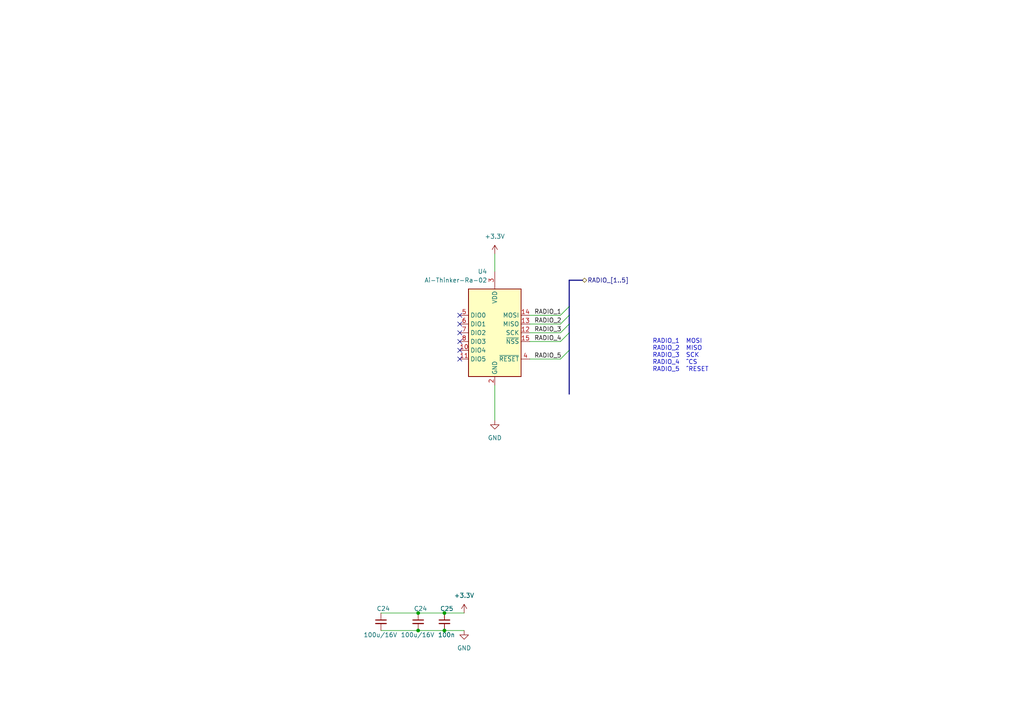
<source format=kicad_sch>
(kicad_sch (version 20231120) (generator "eeschema") (generator_version "8.0")
  (paper "A4")
  (lib_symbols
    (symbol "Device:C_Small" (pin_numbers hide) (pin_names (offset 0.254) hide)
      (property "Reference" "C" (at 0.254 1.778 0))
      (property "Value" "C_Small" (at 0.254 -2.032 0))
      (symbol "C_Small_0_1"
        (polyline (pts (xy -1.524 -0.508) (xy 1.524 -0.508)) (stroke (width 0.3302)))
        (polyline (pts (xy -1.524 0.508) (xy 1.524 0.508)) (stroke (width 0.3048)))
      )
      (symbol "C_Small_1_1"
        (pin passive line (at 0 2.54 270) (length 2.032) (name "~") (number "1"))
        (pin passive line (at 0 -2.54 90) (length 2.032) (name "~") (number "2"))
      )
    )
    (symbol "RF_Module:Ai-Thinker-Ra-02"
      (property "Reference" "U" (at 2.54 19.05 0))
      (property "Value" "Ai-Thinker-Ra-02" (at 13.97 -15.24 0))
      (symbol "Ai-Thinker-Ra-02_0_1"
        (rectangle (start -7.62 12.7) (end 7.62 -12.7) (stroke (width 0.254)) (fill (type background)))
      )
      (symbol "Ai-Thinker-Ra-02_1_1"
        (pin passive line (at 0 -15.24 90) (length 2.54) hide (name "GND") (number "1"))
        (pin bidirectional line (at 10.16 -5.08 180) (length 2.54) (name "DIO4") (number "10"))
        (pin bidirectional line (at 10.16 -7.62 180) (length 2.54) (name "DIO5") (number "11"))
        (pin input line (at -10.16 0 0) (length 2.54) (name "SCK") (number "12"))
        (pin output line (at -10.16 2.54 0) (length 2.54) (name "MISO") (number "13"))
        (pin input line (at -10.16 5.08 0) (length 2.54) (name "MOSI") (number "14"))
        (pin input line (at -10.16 -2.54 0) (length 2.54) (name "~{NSS}") (number "15"))
        (pin passive line (at 0 -15.24 90) (length 2.54) hide (name "GND") (number "16"))
        (pin power_in line (at 0 -15.24 90) (length 2.54) (name "GND") (number "2"))
        (pin power_in line (at 0 17.78 270) (length 5.08) (name "VDD") (number "3"))
        (pin input line (at -10.16 -7.62 0) (length 2.54) (name "~{RESET}") (number "4"))
        (pin bidirectional line (at 10.16 5.08 180) (length 2.54) (name "DIO0") (number "5"))
        (pin bidirectional line (at 10.16 2.54 180) (length 2.54) (name "DIO1") (number "6"))
        (pin bidirectional line (at 10.16 0 180) (length 2.54) (name "DIO2") (number "7"))
        (pin bidirectional line (at 10.16 -2.54 180) (length 2.54) (name "DIO3") (number "8"))
        (pin passive line (at 0 -15.24 90) (length 2.54) hide (name "GND") (number "9"))
      )
    )
    (symbol "power:+3.3V" (power) (pin_names (offset 0))
      (property "Value" "+3.3V" (at 0 3.556 0))
      (symbol "+3.3V_0_1"
        (polyline (pts (xy -0.762 1.27) (xy 0 2.54)))
        (polyline (pts (xy 0 0) (xy 0 2.54)))
        (polyline (pts (xy 0 2.54) (xy 0.762 1.27)))
      )
      (symbol "+3.3V_1_1"
        (pin power_in line (at 0 0 90) (length 0) hide (name "+3.3V") (number "1"))
      )
    )
    (symbol "power:GND" (power) (pin_names (offset 0))
      (property "Value" "GND" (at 0 -3.81 0))
      (symbol "GND_0_1"
        (polyline (pts (xy 0 0) (xy 0 -1.27) (xy 1.27 -1.27) (xy 0 -2.54) (xy -1.27 -1.27) (xy 0 -1.27)))
      )
      (symbol "GND_1_1"
        (pin power_in line (at 0 0 270) (length 0) hide (name "GND") (number "1"))
      )
    )
  )
  (junction (at 128.905 182.88))
  (junction (at 121.285 177.8))
  (junction (at 128.905 177.8))
  (junction (at 121.285 182.88))
  (no_connect (at 133.35 99.06))
  (no_connect (at 133.35 93.98))
  (no_connect (at 133.35 101.6))
  (no_connect (at 133.35 104.14))
  (no_connect (at 133.35 91.44))
  (no_connect (at 133.35 96.52))
  (bus_entry (at 162.56 93.98) (size 2.54 -2.54))
  (bus_entry (at 162.56 104.14) (size 2.54 -2.54))
  (bus_entry (at 162.56 99.06) (size 2.54 -2.54))
  (bus_entry (at 162.56 96.52) (size 2.54 -2.54))
  (bus_entry (at 162.56 91.44) (size 2.54 -2.54))
  (wire (pts (xy 134.62 182.88) (xy 128.905 182.88)))
  (bus (pts (xy 165.1 101.6) (xy 165.1 96.52)))
  (wire (pts (xy 110.49 182.88) (xy 121.285 182.88)))
  (bus (pts (xy 165.1 96.52) (xy 165.1 93.98)))
  (wire (pts (xy 143.51 73.66) (xy 143.51 78.74)))
  (wire (pts (xy 153.67 104.14) (xy 162.56 104.14)))
  (bus (pts (xy 165.1 93.98) (xy 165.1 91.44)))
  (wire (pts (xy 153.67 96.52) (xy 162.56 96.52)))
  (bus (pts (xy 165.1 81.28) (xy 168.91 81.28)))
  (bus (pts (xy 165.1 101.6) (xy 165.1 114.3)))
  (wire (pts (xy 121.285 182.88) (xy 128.905 182.88)))
  (wire (pts (xy 110.49 177.8) (xy 121.285 177.8)))
  (wire (pts (xy 143.51 121.92) (xy 143.51 111.76)))
  (bus (pts (xy 165.1 91.44) (xy 165.1 88.9)))
  (wire (pts (xy 134.62 177.8) (xy 128.905 177.8)))
  (wire (pts (xy 153.67 99.06) (xy 162.56 99.06)))
  (wire (pts (xy 121.285 177.8) (xy 128.905 177.8)))
  (wire (pts (xy 153.67 91.44) (xy 162.56 91.44)))
  (bus (pts (xy 165.1 88.9) (xy 165.1 81.28)))
  (wire (pts (xy 153.67 93.98) (xy 162.56 93.98)))
  (text "RADIO_1  MOSI\nRADIO_2  MISO\nRADIO_3  SCK\nRADIO_4  ^CS\nRADIO_5  ^RESET" (at 189.23 107.95 0) (effects (font (size 1.27 1.27)) (justify left bottom)))
  (label "RADIO_2" (at 154.94 93.98 0))
  (label "RADIO_1" (at 154.94 91.44 0))
  (label "RADIO_4" (at 154.94 99.06 0))
  (label "RADIO_3" (at 154.94 96.52 0))
  (label "RADIO_5" (at 154.94 104.14 0))
  (hierarchical_label "RADIO_[1..5]" (shape bidirectional) (at 168.91 81.28 0))
  (symbol (lib_id "Device:C_Small") (at 121.285 180.34 0) (unit 1)
    (property "Reference" "C24" (at 120.015 176.53 0) (effects (justify left)))
    (property "Value" "100u/16V" (at 116.205 184.15 0) (effects (justify left)))
    (property "Footprint" "Capacitor_SMD:C_1210_3225Metric" (effects (hide yes)))
    (property "LCSC" "C90143" (effects (hide yes)))
    (instances (project "NIKOLA-02-E-001_PCAScannerController_R1" (path "" (reference "C24") (unit 1))) (project "Robuoy-Top" (path "" (reference "C602") (unit 1))))
  )
  (symbol (lib_id "RF_Module:Ai-Thinker-Ra-02") (at 143.51 96.52 0) (mirror y) (unit 1)
    (property "Reference" "U4" (at 141.3159 78.74 0) (effects (justify left)))
    (property "Value" "Ai-Thinker-Ra-02" (at 141.3159 81.28 0) (effects (justify left)))
    (property "Footprint" "RF_Module:Ai-Thinker-Ra-01-LoRa" (effects (hide yes)))
    (property "Datasheet" "http://wiki.ai-thinker.com/_media/lora/docs/c048ps01a1_ra-02_product_specification_v1.1.pdf" (effects (hide yes)))
    (property "Description" "Ai-Thinker Ra-02 410-525 MHz LoRa Module, SPI interface, U.FL antenna connector" (effects (hide yes)))
    (property "LCSC" "C90039" (effects (hide yes)))
  )
  (symbol (lib_id "power:+3.3V") (at 143.51 73.66 0) (unit 1)
    (property "Reference" "#PWR0604" (effects (hide yes)))
    (property "Value" "+3.3V" (at 143.51 68.58 0))
  )
  (symbol (lib_id "power:GND") (at 134.62 182.88 0) (unit 1)
    (property "Reference" "#PWR0603" (effects (hide yes)))
    (property "Value" "GND" (at 134.62 187.96 0))
  )
  (symbol (lib_id "Device:C_Small") (at 110.49 180.34 0) (unit 1)
    (property "Reference" "C24" (at 109.22 176.53 0) (effects (justify left)))
    (property "Value" "100u/16V" (at 105.41 184.15 0) (effects (justify left)))
    (property "Footprint" "Capacitor_SMD:C_1210_3225Metric" (effects (hide yes)))
    (property "LCSC" "C90143" (effects (hide yes)))
    (instances (project "NIKOLA-02-E-001_PCAScannerController_R1" (path "" (reference "C24") (unit 1))) (project "Robuoy-Top" (path "" (reference "C601") (unit 1))))
  )
  (symbol (lib_id "power:+3.3V") (at 134.62 177.8 0) (unit 1)
    (property "Reference" "#PWR0602" (effects (hide yes)))
    (property "Value" "+3.3V" (at 134.62 172.72 0))
  )
  (symbol (lib_id "power:GND") (at 143.51 121.92 0) (unit 1)
    (property "Reference" "#PWR0605" (effects (hide yes)))
    (property "Value" "GND" (at 143.51 127 0))
  )
  (symbol (lib_id "Device:C_Small") (at 128.905 180.34 0) (unit 1)
    (property "Reference" "C25" (at 127.635 176.53 0) (effects (justify left)))
    (property "Value" "100n" (at 127 184.15 0) (effects (justify left)))
    (property "Footprint" "A_Device:C_0603" (effects (hide yes)))
    (property "LCSC" "C14663" (effects (hide yes)))
    (instances (project "NIKOLA-02-E-001_PCAScannerController_R1" (path "" (reference "C25") (unit 1))) (project "Robuoy-Top" (path "" (reference "C603") (unit 1))))
  )
)
</source>
